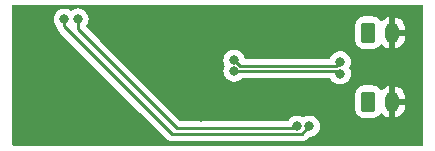
<source format=gbr>
%TF.GenerationSoftware,KiCad,Pcbnew,7.0.7-7.0.7~ubuntu22.04.1*%
%TF.CreationDate,2023-09-14T15:18:48+02:00*%
%TF.ProjectId,MoozyNano,4d6f6f7a-794e-4616-9e6f-2e6b69636164,rev?*%
%TF.SameCoordinates,Original*%
%TF.FileFunction,Copper,L2,Bot*%
%TF.FilePolarity,Positive*%
%FSLAX46Y46*%
G04 Gerber Fmt 4.6, Leading zero omitted, Abs format (unit mm)*
G04 Created by KiCad (PCBNEW 7.0.7-7.0.7~ubuntu22.04.1) date 2023-09-14 15:18:48*
%MOMM*%
%LPD*%
G01*
G04 APERTURE LIST*
G04 Aperture macros list*
%AMRoundRect*
0 Rectangle with rounded corners*
0 $1 Rounding radius*
0 $2 $3 $4 $5 $6 $7 $8 $9 X,Y pos of 4 corners*
0 Add a 4 corners polygon primitive as box body*
4,1,4,$2,$3,$4,$5,$6,$7,$8,$9,$2,$3,0*
0 Add four circle primitives for the rounded corners*
1,1,$1+$1,$2,$3*
1,1,$1+$1,$4,$5*
1,1,$1+$1,$6,$7*
1,1,$1+$1,$8,$9*
0 Add four rect primitives between the rounded corners*
20,1,$1+$1,$2,$3,$4,$5,0*
20,1,$1+$1,$4,$5,$6,$7,0*
20,1,$1+$1,$6,$7,$8,$9,0*
20,1,$1+$1,$8,$9,$2,$3,0*%
G04 Aperture macros list end*
%TA.AperFunction,ComponentPad*%
%ADD10O,1.200000X1.750000*%
%TD*%
%TA.AperFunction,ComponentPad*%
%ADD11RoundRect,0.250000X-0.350000X-0.625000X0.350000X-0.625000X0.350000X0.625000X-0.350000X0.625000X0*%
%TD*%
%TA.AperFunction,ViaPad*%
%ADD12C,0.800000*%
%TD*%
%TA.AperFunction,ViaPad*%
%ADD13C,1.000000*%
%TD*%
%TA.AperFunction,Conductor*%
%ADD14C,0.250000*%
%TD*%
G04 APERTURE END LIST*
D10*
%TO.P,J2,2,Pin_2*%
%TO.N,GND*%
X148015200Y-85810000D03*
D11*
%TO.P,J2,1,Pin_1*%
%TO.N,Net-(J2-Pin_1)*%
X146015200Y-85810000D03*
%TD*%
D10*
%TO.P,J1,2,Pin_2*%
%TO.N,GND*%
X148015200Y-79968000D03*
D11*
%TO.P,J1,1,Pin_1*%
%TO.N,Net-(J1-Pin_1)*%
X146015200Y-79968000D03*
%TD*%
D12*
%TO.N,Net-(D2-A1)*%
X139993600Y-87895200D03*
D13*
%TO.N,GND*%
X130886200Y-80137000D03*
D12*
%TO.N,Net-(D2-A1)*%
X121412000Y-78816200D03*
%TO.N,Net-(D3-A1)*%
X120269000Y-78841600D03*
D13*
%TO.N,GND*%
X119557800Y-80314800D03*
X119557800Y-82397600D03*
X123317000Y-78816200D03*
X123342400Y-86969600D03*
X116332000Y-80568800D03*
X117017800Y-79730600D03*
X116332000Y-78892400D03*
D12*
X140984200Y-85177400D03*
X137402800Y-81519800D03*
D13*
X131876800Y-86984200D03*
D12*
X137402800Y-85202800D03*
X140984200Y-81570600D03*
%TO.N,Net-(J1-Pin_1)*%
X143625800Y-82434200D03*
X134631474Y-82307200D03*
%TO.N,Net-(D3-A1)*%
X141009600Y-87895200D03*
%TO.N,Net-(J2-Pin_1)*%
X143613100Y-83437500D03*
X134648448Y-83207352D03*
%TD*%
D14*
%TO.N,Net-(D3-A1)*%
X120269000Y-78841600D02*
X120269000Y-79425800D01*
X120269000Y-79425800D02*
X129363400Y-88520200D01*
X129363400Y-88520200D02*
X140384600Y-88520200D01*
X140384600Y-88520200D02*
X141009600Y-87895200D01*
%TO.N,Net-(D2-A1)*%
X129810100Y-88071100D02*
X139817700Y-88071100D01*
X139817700Y-88071100D02*
X139993600Y-87895200D01*
X121412000Y-79673000D02*
X121412000Y-78816200D01*
X129810100Y-88071100D02*
X121412000Y-79673000D01*
%TO.N,Net-(J1-Pin_1)*%
X135114074Y-82789800D02*
X134631474Y-82307200D01*
X143270200Y-82789800D02*
X135114074Y-82789800D01*
X143625800Y-82434200D02*
X143270200Y-82789800D01*
%TO.N,Net-(J2-Pin_1)*%
X134659600Y-83196200D02*
X134648448Y-83207352D01*
X143371800Y-83196200D02*
X134659600Y-83196200D01*
X143613100Y-83437500D02*
X143371800Y-83196200D01*
%TD*%
%TA.AperFunction,Conductor*%
%TO.N,GND*%
G36*
X150547295Y-77617159D02*
G01*
X150614323Y-77636883D01*
X150660047Y-77689713D01*
X150671223Y-77741159D01*
X150671223Y-89431158D01*
X150651538Y-89498197D01*
X150598734Y-89543952D01*
X150547151Y-89555158D01*
X115947928Y-89535071D01*
X115880900Y-89515347D01*
X115835176Y-89462517D01*
X115824000Y-89411071D01*
X115824000Y-78841600D01*
X119363540Y-78841600D01*
X119383326Y-79029856D01*
X119383327Y-79029859D01*
X119441818Y-79209877D01*
X119441821Y-79209884D01*
X119536467Y-79373816D01*
X119603700Y-79448486D01*
X119616208Y-79462377D01*
X119642600Y-79517372D01*
X119644114Y-79516933D01*
X119646290Y-79524425D01*
X119646291Y-79524427D01*
X119651880Y-79543667D01*
X119655824Y-79562711D01*
X119658336Y-79582592D01*
X119675490Y-79625919D01*
X119677382Y-79631447D01*
X119690381Y-79676188D01*
X119700580Y-79693434D01*
X119709136Y-79710900D01*
X119716514Y-79729532D01*
X119727971Y-79745302D01*
X119743898Y-79767223D01*
X119747106Y-79772107D01*
X119770827Y-79812216D01*
X119770833Y-79812224D01*
X119784990Y-79826380D01*
X119797628Y-79841176D01*
X119809405Y-79857386D01*
X119809406Y-79857387D01*
X119845309Y-79887088D01*
X119849620Y-79891010D01*
X126712940Y-86754331D01*
X128862597Y-88903988D01*
X128872422Y-88916251D01*
X128872643Y-88916069D01*
X128877614Y-88922078D01*
X128903617Y-88946495D01*
X128928035Y-88969426D01*
X128948929Y-88990320D01*
X128954411Y-88994573D01*
X128958843Y-88998357D01*
X128992818Y-89030262D01*
X129010376Y-89039914D01*
X129026633Y-89050593D01*
X129042464Y-89062873D01*
X129062137Y-89071386D01*
X129085233Y-89081382D01*
X129090477Y-89083950D01*
X129131308Y-89106397D01*
X129143923Y-89109635D01*
X129150705Y-89111377D01*
X129169119Y-89117681D01*
X129187504Y-89125638D01*
X129233557Y-89132932D01*
X129239226Y-89134106D01*
X129284381Y-89145700D01*
X129304416Y-89145700D01*
X129323813Y-89147226D01*
X129343596Y-89150360D01*
X129389983Y-89145975D01*
X129395822Y-89145700D01*
X140301857Y-89145700D01*
X140317477Y-89147424D01*
X140317504Y-89147139D01*
X140325260Y-89147871D01*
X140325267Y-89147873D01*
X140394414Y-89145700D01*
X140423950Y-89145700D01*
X140430828Y-89144830D01*
X140436641Y-89144372D01*
X140483227Y-89142909D01*
X140502469Y-89137317D01*
X140521512Y-89133374D01*
X140541392Y-89130864D01*
X140584722Y-89113707D01*
X140590246Y-89111817D01*
X140593996Y-89110727D01*
X140634990Y-89098818D01*
X140652229Y-89088622D01*
X140669703Y-89080062D01*
X140688327Y-89072688D01*
X140688327Y-89072687D01*
X140688332Y-89072686D01*
X140726049Y-89045282D01*
X140730905Y-89042092D01*
X140771020Y-89018370D01*
X140785189Y-89004199D01*
X140799979Y-88991568D01*
X140816187Y-88979794D01*
X140845895Y-88943881D01*
X140849807Y-88939581D01*
X140898018Y-88891371D01*
X140957373Y-88832018D01*
X141018696Y-88798534D01*
X141045053Y-88795700D01*
X141104244Y-88795700D01*
X141104246Y-88795700D01*
X141289403Y-88756344D01*
X141462330Y-88679351D01*
X141615471Y-88568088D01*
X141742133Y-88427416D01*
X141836779Y-88263484D01*
X141895274Y-88083456D01*
X141915060Y-87895200D01*
X141895274Y-87706944D01*
X141836779Y-87526916D01*
X141742133Y-87362984D01*
X141615471Y-87222312D01*
X141615470Y-87222311D01*
X141462334Y-87111051D01*
X141462329Y-87111048D01*
X141289407Y-87034057D01*
X141289402Y-87034055D01*
X141143600Y-87003065D01*
X141104246Y-86994700D01*
X140914954Y-86994700D01*
X140882497Y-87001598D01*
X140729797Y-87034055D01*
X140729792Y-87034057D01*
X140552035Y-87113201D01*
X140482785Y-87122486D01*
X140451163Y-87113201D01*
X140446327Y-87111048D01*
X140388335Y-87085227D01*
X140273406Y-87034057D01*
X140273402Y-87034055D01*
X140127600Y-87003065D01*
X140088246Y-86994700D01*
X139898954Y-86994700D01*
X139866497Y-87001598D01*
X139713797Y-87034055D01*
X139713792Y-87034057D01*
X139540870Y-87111048D01*
X139540865Y-87111051D01*
X139387729Y-87222311D01*
X139261065Y-87362985D01*
X139249164Y-87383600D01*
X139198597Y-87431816D01*
X139141777Y-87445600D01*
X130120552Y-87445600D01*
X130053513Y-87425915D01*
X130032871Y-87409281D01*
X129108591Y-86485001D01*
X144914700Y-86485001D01*
X144914701Y-86485018D01*
X144925200Y-86587796D01*
X144925201Y-86587799D01*
X144980385Y-86754331D01*
X144980387Y-86754336D01*
X144997364Y-86781860D01*
X145072488Y-86903656D01*
X145196544Y-87027712D01*
X145345866Y-87119814D01*
X145512403Y-87174999D01*
X145615191Y-87185500D01*
X146415208Y-87185499D01*
X146415216Y-87185498D01*
X146415219Y-87185498D01*
X146471502Y-87179748D01*
X146517997Y-87174999D01*
X146684534Y-87119814D01*
X146833856Y-87027712D01*
X146957912Y-86903656D01*
X146997294Y-86839806D01*
X147049240Y-86793083D01*
X147118203Y-86781860D01*
X147182285Y-86809703D01*
X147200302Y-86828251D01*
X147215472Y-86847541D01*
X147374230Y-86985105D01*
X147374241Y-86985114D01*
X147556160Y-87090144D01*
X147556167Y-87090147D01*
X147754687Y-87158856D01*
X147765200Y-87160367D01*
X147765200Y-86294330D01*
X147784885Y-86227291D01*
X147837689Y-86181536D01*
X147906847Y-86171592D01*
X147929462Y-86177048D01*
X147952624Y-86185000D01*
X148046272Y-86185000D01*
X148046273Y-86185000D01*
X148120792Y-86172565D01*
X148190155Y-86180947D01*
X148243977Y-86225500D01*
X148265168Y-86292078D01*
X148265200Y-86294874D01*
X148265200Y-87156257D01*
X148376609Y-87129229D01*
X148567707Y-87041959D01*
X148738819Y-86920110D01*
X148738825Y-86920104D01*
X148883792Y-86768067D01*
X148997366Y-86591342D01*
X149075444Y-86396314D01*
X149115200Y-86190037D01*
X149115200Y-86060000D01*
X148503392Y-86060000D01*
X148436353Y-86040315D01*
X148390598Y-85987511D01*
X148380654Y-85918353D01*
X148383187Y-85905559D01*
X148383751Y-85903329D01*
X148394086Y-85778605D01*
X148377837Y-85714440D01*
X148380462Y-85644619D01*
X148420419Y-85587302D01*
X148485020Y-85560686D01*
X148498043Y-85560000D01*
X149115200Y-85560000D01*
X149115200Y-85482601D01*
X149100234Y-85325877D01*
X149100233Y-85325873D01*
X149041050Y-85124313D01*
X148944786Y-84937585D01*
X148814931Y-84772462D01*
X148814928Y-84772459D01*
X148656169Y-84634894D01*
X148656158Y-84634885D01*
X148474239Y-84529855D01*
X148474232Y-84529852D01*
X148275716Y-84461144D01*
X148265200Y-84459632D01*
X148265200Y-85325669D01*
X148245515Y-85392708D01*
X148192711Y-85438463D01*
X148123553Y-85448407D01*
X148100940Y-85442951D01*
X148077778Y-85435000D01*
X148077776Y-85435000D01*
X147984127Y-85435000D01*
X147984126Y-85435000D01*
X147909608Y-85447434D01*
X147840243Y-85439052D01*
X147786422Y-85394498D01*
X147765231Y-85327919D01*
X147765200Y-85325125D01*
X147765200Y-84463740D01*
X147765199Y-84463740D01*
X147653794Y-84490768D01*
X147653782Y-84490772D01*
X147462697Y-84578037D01*
X147462696Y-84578038D01*
X147291580Y-84699889D01*
X147291574Y-84699895D01*
X147193720Y-84802522D01*
X147133211Y-84837457D01*
X147063420Y-84834132D01*
X147006506Y-84793604D01*
X146998438Y-84782048D01*
X146992525Y-84772462D01*
X146957912Y-84716344D01*
X146833856Y-84592288D01*
X146684534Y-84500186D01*
X146517997Y-84445001D01*
X146517995Y-84445000D01*
X146415210Y-84434500D01*
X145615198Y-84434500D01*
X145615180Y-84434501D01*
X145512403Y-84445000D01*
X145512400Y-84445001D01*
X145345868Y-84500185D01*
X145345863Y-84500187D01*
X145196542Y-84592289D01*
X145072489Y-84716342D01*
X144980387Y-84865663D01*
X144980385Y-84865666D01*
X144980386Y-84865666D01*
X144925201Y-85032203D01*
X144925201Y-85032204D01*
X144925200Y-85032204D01*
X144914700Y-85134983D01*
X144914700Y-86485001D01*
X129108591Y-86485001D01*
X124930791Y-82307200D01*
X133726014Y-82307200D01*
X133745800Y-82495456D01*
X133745801Y-82495459D01*
X133804292Y-82675477D01*
X133804294Y-82675482D01*
X133824209Y-82709976D01*
X133840680Y-82777877D01*
X133824214Y-82833965D01*
X133821269Y-82839065D01*
X133821269Y-82839066D01*
X133762775Y-83019092D01*
X133762774Y-83019096D01*
X133742988Y-83207352D01*
X133762774Y-83395608D01*
X133762775Y-83395611D01*
X133821266Y-83575629D01*
X133821269Y-83575636D01*
X133915915Y-83739568D01*
X133993810Y-83826079D01*
X134042577Y-83880240D01*
X134195713Y-83991500D01*
X134195718Y-83991503D01*
X134368640Y-84068494D01*
X134368645Y-84068496D01*
X134553802Y-84107852D01*
X134553803Y-84107852D01*
X134743092Y-84107852D01*
X134743094Y-84107852D01*
X134928251Y-84068496D01*
X135101178Y-83991503D01*
X135254312Y-83880244D01*
X135254314Y-83880244D01*
X135254314Y-83880242D01*
X135254319Y-83880240D01*
X135270088Y-83862725D01*
X135329574Y-83826079D01*
X135362237Y-83821700D01*
X142723519Y-83821700D01*
X142790558Y-83841385D01*
X142830906Y-83883701D01*
X142880563Y-83969711D01*
X142880565Y-83969714D01*
X143007229Y-84110388D01*
X143160365Y-84221648D01*
X143160370Y-84221651D01*
X143333292Y-84298642D01*
X143333297Y-84298644D01*
X143518454Y-84338000D01*
X143518455Y-84338000D01*
X143707744Y-84338000D01*
X143707746Y-84338000D01*
X143892903Y-84298644D01*
X144065830Y-84221651D01*
X144218971Y-84110388D01*
X144345633Y-83969716D01*
X144440279Y-83805784D01*
X144498774Y-83625756D01*
X144518560Y-83437500D01*
X144498774Y-83249244D01*
X144440279Y-83069216D01*
X144405424Y-83008846D01*
X144388952Y-82940948D01*
X144405423Y-82884852D01*
X144452979Y-82802484D01*
X144511474Y-82622456D01*
X144531260Y-82434200D01*
X144511474Y-82245944D01*
X144452979Y-82065916D01*
X144358333Y-81901984D01*
X144231671Y-81761312D01*
X144231670Y-81761311D01*
X144078534Y-81650051D01*
X144078529Y-81650048D01*
X143905607Y-81573057D01*
X143905602Y-81573055D01*
X143759801Y-81542065D01*
X143720446Y-81533700D01*
X143531154Y-81533700D01*
X143498697Y-81540598D01*
X143345997Y-81573055D01*
X143345992Y-81573057D01*
X143173070Y-81650048D01*
X143173065Y-81650051D01*
X143019929Y-81761311D01*
X142893266Y-81901985D01*
X142798621Y-82065915D01*
X142798620Y-82065917D01*
X142794495Y-82078616D01*
X142755059Y-82136292D01*
X142690701Y-82163491D01*
X142676563Y-82164300D01*
X135621976Y-82164300D01*
X135554937Y-82144615D01*
X135509182Y-82091811D01*
X135504045Y-82078618D01*
X135504044Y-82078616D01*
X135458653Y-81938916D01*
X135364007Y-81774984D01*
X135237345Y-81634312D01*
X135237344Y-81634311D01*
X135084208Y-81523051D01*
X135084203Y-81523048D01*
X134911281Y-81446057D01*
X134911276Y-81446055D01*
X134765475Y-81415065D01*
X134726120Y-81406700D01*
X134536828Y-81406700D01*
X134504371Y-81413598D01*
X134351671Y-81446055D01*
X134351666Y-81446057D01*
X134178744Y-81523048D01*
X134178739Y-81523051D01*
X134025603Y-81634311D01*
X133898940Y-81774985D01*
X133804295Y-81938915D01*
X133804292Y-81938922D01*
X133754616Y-82091811D01*
X133745800Y-82118944D01*
X133726014Y-82307200D01*
X124930791Y-82307200D01*
X123266592Y-80643001D01*
X144914700Y-80643001D01*
X144914701Y-80643018D01*
X144925200Y-80745796D01*
X144925201Y-80745799D01*
X144980385Y-80912331D01*
X144980387Y-80912336D01*
X144997364Y-80939860D01*
X145072488Y-81061656D01*
X145196544Y-81185712D01*
X145345866Y-81277814D01*
X145512403Y-81332999D01*
X145615191Y-81343500D01*
X146415208Y-81343499D01*
X146415216Y-81343498D01*
X146415219Y-81343498D01*
X146471502Y-81337748D01*
X146517997Y-81332999D01*
X146684534Y-81277814D01*
X146833856Y-81185712D01*
X146957912Y-81061656D01*
X146997294Y-80997806D01*
X147049240Y-80951083D01*
X147118203Y-80939860D01*
X147182285Y-80967703D01*
X147200302Y-80986251D01*
X147215472Y-81005541D01*
X147374230Y-81143105D01*
X147374241Y-81143114D01*
X147556160Y-81248144D01*
X147556167Y-81248147D01*
X147754687Y-81316856D01*
X147765200Y-81318367D01*
X147765200Y-80452330D01*
X147784885Y-80385291D01*
X147837689Y-80339536D01*
X147906847Y-80329592D01*
X147929462Y-80335048D01*
X147952624Y-80343000D01*
X148046272Y-80343000D01*
X148046273Y-80343000D01*
X148120792Y-80330565D01*
X148190155Y-80338947D01*
X148243977Y-80383500D01*
X148265168Y-80450078D01*
X148265200Y-80452874D01*
X148265200Y-81314257D01*
X148376609Y-81287229D01*
X148567707Y-81199959D01*
X148738819Y-81078110D01*
X148738825Y-81078104D01*
X148883792Y-80926067D01*
X148997366Y-80749342D01*
X149075444Y-80554314D01*
X149115200Y-80348037D01*
X149115200Y-80218000D01*
X148503392Y-80218000D01*
X148436353Y-80198315D01*
X148390598Y-80145511D01*
X148380654Y-80076353D01*
X148383187Y-80063559D01*
X148383751Y-80061329D01*
X148394086Y-79936605D01*
X148394085Y-79936604D01*
X148377837Y-79872438D01*
X148380462Y-79802619D01*
X148420419Y-79745302D01*
X148485020Y-79718686D01*
X148498043Y-79718000D01*
X149115200Y-79718000D01*
X149115200Y-79640601D01*
X149100234Y-79483877D01*
X149100233Y-79483873D01*
X149041050Y-79282313D01*
X148944786Y-79095585D01*
X148814931Y-78930462D01*
X148814928Y-78930459D01*
X148656169Y-78792894D01*
X148656158Y-78792885D01*
X148474239Y-78687855D01*
X148474232Y-78687852D01*
X148275716Y-78619144D01*
X148265200Y-78617632D01*
X148265200Y-79483669D01*
X148245515Y-79550708D01*
X148192711Y-79596463D01*
X148123553Y-79606407D01*
X148100940Y-79600951D01*
X148077778Y-79593000D01*
X148077776Y-79593000D01*
X147984127Y-79593000D01*
X147984126Y-79593000D01*
X147909608Y-79605434D01*
X147840243Y-79597052D01*
X147786422Y-79552498D01*
X147765231Y-79485919D01*
X147765200Y-79483125D01*
X147765200Y-78621740D01*
X147765199Y-78621740D01*
X147653794Y-78648768D01*
X147653782Y-78648772D01*
X147462697Y-78736037D01*
X147462696Y-78736038D01*
X147291580Y-78857889D01*
X147291574Y-78857895D01*
X147193720Y-78960522D01*
X147133211Y-78995457D01*
X147063420Y-78992132D01*
X147006506Y-78951604D01*
X146998438Y-78940048D01*
X146992525Y-78930462D01*
X146957912Y-78874344D01*
X146833856Y-78750288D01*
X146684534Y-78658186D01*
X146517997Y-78603001D01*
X146517995Y-78603000D01*
X146415210Y-78592500D01*
X145615198Y-78592500D01*
X145615180Y-78592501D01*
X145512403Y-78603000D01*
X145512400Y-78603001D01*
X145345868Y-78658185D01*
X145345863Y-78658187D01*
X145196542Y-78750289D01*
X145072489Y-78874342D01*
X144980387Y-79023663D01*
X144980385Y-79023666D01*
X144980386Y-79023666D01*
X144925201Y-79190203D01*
X144925201Y-79190204D01*
X144925200Y-79190204D01*
X144914700Y-79292983D01*
X144914700Y-80643001D01*
X123266592Y-80643001D01*
X122145997Y-79522406D01*
X122112512Y-79461083D01*
X122117496Y-79391391D01*
X122141535Y-79351745D01*
X122144533Y-79348416D01*
X122239179Y-79184484D01*
X122297674Y-79004456D01*
X122317460Y-78816200D01*
X122297674Y-78627944D01*
X122239179Y-78447916D01*
X122144533Y-78283984D01*
X122017871Y-78143312D01*
X122000980Y-78131040D01*
X121864734Y-78032051D01*
X121864729Y-78032048D01*
X121691807Y-77955057D01*
X121691802Y-77955055D01*
X121546001Y-77924065D01*
X121506646Y-77915700D01*
X121317354Y-77915700D01*
X121284897Y-77922598D01*
X121132197Y-77955055D01*
X121132192Y-77955057D01*
X120959270Y-78032048D01*
X120959266Y-78032051D01*
X120895903Y-78078086D01*
X120830096Y-78101565D01*
X120762043Y-78085739D01*
X120750134Y-78078085D01*
X120721734Y-78057451D01*
X120721729Y-78057448D01*
X120548807Y-77980457D01*
X120548802Y-77980455D01*
X120403000Y-77949465D01*
X120363646Y-77941100D01*
X120174354Y-77941100D01*
X120141897Y-77947998D01*
X119989197Y-77980455D01*
X119989192Y-77980457D01*
X119816270Y-78057448D01*
X119816265Y-78057451D01*
X119663129Y-78168711D01*
X119536466Y-78309385D01*
X119441821Y-78473315D01*
X119441818Y-78473322D01*
X119383327Y-78653340D01*
X119383326Y-78653344D01*
X119363540Y-78841600D01*
X115824000Y-78841600D01*
X115824000Y-77721072D01*
X115843685Y-77654033D01*
X115896489Y-77608278D01*
X115948071Y-77597072D01*
X150547295Y-77617159D01*
G37*
%TD.AperFunction*%
%TD*%
M02*

</source>
